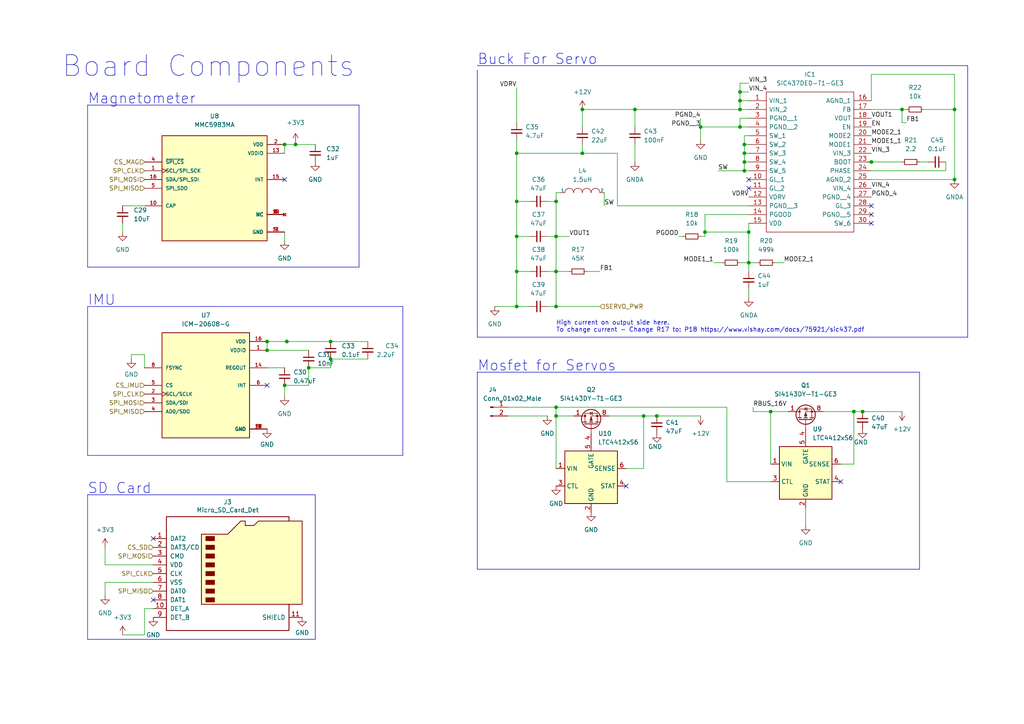
<source format=kicad_sch>
(kicad_sch (version 20230121) (generator eeschema)
  (paper "A4")
  (lib_symbols
    (symbol "Connector:Conn_01x02_Male" (pin_names (offset 1.016) hide)
      (property "Reference" "J" (at 0 2.54 0))
      (property "Value" "Conn_01x02_Male" (at 0 -5.08 0))
      (symbol "Conn_01x02_Male_1_1"
        (polyline (pts (xy 1.27 -2.54) (xy 0.8636 -2.54)) (stroke (width 0.1524)))
        (polyline (pts (xy 1.27 0) (xy 0.8636 0)) (stroke (width 0.1524)))
        (rectangle (start 0.8636 -2.413) (end 0 -2.667) (stroke (width 0.1524)) (fill (type outline)))
        (rectangle (start 0.8636 0.127) (end 0 -0.127) (stroke (width 0.1524)) (fill (type outline)))
        (pin passive line (at 5.08 0 180) (length 3.81) (name "Pin_1") (number "1"))
        (pin passive line (at 5.08 -2.54 180) (length 3.81) (name "Pin_2") (number "2"))
      )
    )
    (symbol "Connector:Micro_SD_Card_Det_Hirose_DM3AT" (pin_names (offset 1.016))
      (property "Reference" "J" (at -16.51 17.78 0))
      (property "Value" "Micro_SD_Card_Det_Hirose_DM3AT" (at 16.51 17.78 0))
      (symbol "Micro_SD_Card_Det_Hirose_DM3AT_0_1"
        (rectangle (start -7.62 -6.985) (end -5.08 -8.255) (fill (type outline)))
        (rectangle (start -7.62 -4.445) (end -5.08 -5.715) (fill (type outline)))
        (rectangle (start -7.62 -1.905) (end -5.08 -3.175) (fill (type outline)))
        (rectangle (start -7.62 0.635) (end -5.08 -0.635) (fill (type outline)))
        (rectangle (start -7.62 3.175) (end -5.08 1.905) (fill (type outline)))
        (rectangle (start -7.62 5.715) (end -5.08 4.445) (fill (type outline)))
        (rectangle (start -7.62 8.255) (end -5.08 6.985) (fill (type outline)))
        (rectangle (start -7.62 10.795) (end -5.08 9.525) (fill (type outline)))
        (polyline (pts (xy 16.51 15.24) (xy 16.51 16.51) (xy -19.05 16.51) (xy -19.05 -16.51) (xy 16.51 -16.51) (xy 16.51 -8.89)) (stroke (width 0.254)))
        (polyline (pts (xy -8.89 -8.89) (xy -8.89 11.43) (xy -1.27 11.43) (xy 2.54 15.24) (xy 3.81 15.24) (xy 3.81 13.97) (xy 6.35 13.97) (xy 7.62 15.24) (xy 20.32 15.24) (xy 20.32 -8.89) (xy -8.89 -8.89)) (stroke (width 0.254)) (fill (type background)))
      )
      (symbol "Micro_SD_Card_Det_Hirose_DM3AT_1_1"
        (pin bidirectional line (at -22.86 10.16 0) (length 3.81) (name "DAT2") (number "1"))
        (pin passive line (at -22.86 -10.16 0) (length 3.81) (name "DET_A") (number "10"))
        (pin passive line (at 20.32 -12.7 180) (length 3.81) (name "SHIELD") (number "11"))
        (pin bidirectional line (at -22.86 7.62 0) (length 3.81) (name "DAT3/CD") (number "2"))
        (pin input line (at -22.86 5.08 0) (length 3.81) (name "CMD") (number "3"))
        (pin power_in line (at -22.86 2.54 0) (length 3.81) (name "VDD") (number "4"))
        (pin input line (at -22.86 0 0) (length 3.81) (name "CLK") (number "5"))
        (pin power_in line (at -22.86 -2.54 0) (length 3.81) (name "VSS") (number "6"))
        (pin bidirectional line (at -22.86 -5.08 0) (length 3.81) (name "DAT0") (number "7"))
        (pin bidirectional line (at -22.86 -7.62 0) (length 3.81) (name "DAT1") (number "8"))
        (pin passive line (at -22.86 -12.7 0) (length 3.81) (name "DET_B") (number "9"))
      )
    )
    (symbol "Device:C_Small" (pin_numbers hide) (pin_names (offset 0.254) hide)
      (property "Reference" "C" (at 0.254 1.778 0))
      (property "Value" "C_Small" (at 0.254 -2.032 0))
      (symbol "C_Small_0_1"
        (polyline (pts (xy -1.524 -0.508) (xy 1.524 -0.508)) (stroke (width 0.3302)))
        (polyline (pts (xy -1.524 0.508) (xy 1.524 0.508)) (stroke (width 0.3048)))
      )
      (symbol "C_Small_1_1"
        (pin passive line (at 0 2.54 270) (length 2.032) (name "~") (number "1"))
        (pin passive line (at 0 -2.54 90) (length 2.032) (name "~") (number "2"))
      )
    )
    (symbol "Device:Q_PMOS_GDS" (pin_names (offset 0) hide)
      (property "Reference" "Q?" (at 6.35 1.2701 0))
      (property "Value" "SI4143DY-T1-GE3" (at 6.35 -1.2699 0))
      (symbol "Q_PMOS_GDS_0_0"
        (pin input line (at -5.08 0 0) (length 2.54) (name "G") (number "4"))
        (pin passive line (at 2.54 -5.08 90) (length 2.54) hide (name "D") (number "5"))
        (pin passive line (at 2.54 -5.08 90) (length 2.54) hide (name "D") (number "6"))
        (pin passive line (at 2.54 -5.08 90) (length 2.54) hide (name "D") (number "7"))
        (pin passive line (at 2.54 -5.08 90) (length 2.54) (name "D") (number "8"))
      )
      (symbol "Q_PMOS_GDS_0_1"
        (polyline (pts (xy 0.254 0) (xy -2.54 0)))
        (polyline (pts (xy 0.254 1.905) (xy 0.254 -1.905)) (stroke (width 0.254)))
        (polyline (pts (xy 0.762 -1.27) (xy 0.762 -2.286)) (stroke (width 0.254)))
        (polyline (pts (xy 0.762 0.508) (xy 0.762 -0.508)) (stroke (width 0.254)))
        (polyline (pts (xy 0.762 2.286) (xy 0.762 1.27)) (stroke (width 0.254)))
        (polyline (pts (xy 2.54 2.54) (xy 2.54 1.778)))
        (polyline (pts (xy 2.54 -2.54) (xy 2.54 0) (xy 0.762 0)))
        (polyline (pts (xy 0.762 1.778) (xy 3.302 1.778) (xy 3.302 -1.778) (xy 0.762 -1.778)))
        (polyline (pts (xy 2.286 0) (xy 1.27 0.381) (xy 1.27 -0.381) (xy 2.286 0)) (fill (type outline)))
        (polyline (pts (xy 2.794 -0.508) (xy 2.921 -0.381) (xy 3.683 -0.381) (xy 3.81 -0.254)))
        (polyline (pts (xy 3.302 -0.381) (xy 2.921 0.254) (xy 3.683 0.254) (xy 3.302 -0.381)))
        (circle (center 1.651 0) (radius 2.794) (stroke (width 0.254)))
        (circle (center 2.54 -1.778) (radius 0.254) (fill (type outline)))
        (circle (center 2.54 1.778) (radius 0.254) (fill (type outline)))
      )
      (symbol "Q_PMOS_GDS_1_1"
        (pin passive line (at 2.54 5.08 270) (length 2.54) (name "S") (number "1"))
        (pin passive line (at 2.54 5.08 270) (length 2.54) hide (name "S") (number "2"))
        (pin passive line (at 2.54 5.08 270) (length 2.54) hide (name "S") (number "3"))
      )
    )
    (symbol "Device:R_Small" (pin_numbers hide) (pin_names (offset 0.254) hide)
      (property "Reference" "R" (at 0.762 0.508 0))
      (property "Value" "R_Small" (at 0.762 -1.016 0))
      (symbol "R_Small_0_1"
        (rectangle (start -0.762 1.778) (end 0.762 -1.778) (stroke (width 0.2032)))
      )
      (symbol "R_Small_1_1"
        (pin passive line (at 0 2.54 270) (length 0.762) (name "~") (number "1"))
        (pin passive line (at 0 -2.54 90) (length 0.762) (name "~") (number "2"))
      )
    )
    (symbol "Power_Management:LTC4412xS6"
      (property "Reference" "U" (at -6.35 8.89 0))
      (property "Value" "LTC4412xS6" (at 6.35 8.89 0))
      (symbol "LTC4412xS6_0_1"
        (rectangle (start -7.62 7.62) (end 7.62 -7.62) (stroke (width 0.254)) (fill (type background)))
      )
      (symbol "LTC4412xS6_1_1"
        (pin power_in line (at -10.16 2.54 0) (length 2.54) (name "VIN") (number "1"))
        (pin power_in line (at 0 -10.16 90) (length 2.54) (name "GND") (number "2"))
        (pin input line (at -10.16 -2.54 0) (length 2.54) (name "CTL") (number "3"))
        (pin open_collector line (at 10.16 -2.54 180) (length 2.54) (name "STAT") (number "4"))
        (pin output line (at 0 10.16 270) (length 2.54) (name "GATE") (number "5"))
        (pin input line (at 10.16 2.54 180) (length 2.54) (name "SENSE") (number "6"))
      )
    )
    (symbol "SIC437DED-T1-GE3:SIC437DED-T1-GE3" (pin_names (offset 0.762))
      (property "Reference" "IC" (at 31.75 7.62 0))
      (property "Value" "SIC437DED-T1-GE3" (at 31.75 5.08 0))
      (symbol "SIC437DED-T1-GE3_0_0"
        (pin passive line (at 0 0 0) (length 5.08) (name "VIN_1") (number "1"))
        (pin passive line (at 0 -22.86 0) (length 5.08) (name "GL_1") (number "10"))
        (pin passive line (at 0 -25.4 0) (length 5.08) (name "GL_2") (number "11"))
        (pin passive line (at 0 -27.94 0) (length 5.08) (name "VDRV") (number "12"))
        (pin passive line (at 0 -30.48 0) (length 5.08) (name "PGND__3") (number "13"))
        (pin passive line (at 0 -33.02 0) (length 5.08) (name "PGOOD") (number "14"))
        (pin passive line (at 0 -35.56 0) (length 5.08) (name "VDD") (number "15"))
        (pin passive line (at 35.56 0 180) (length 5.08) (name "AGND_1") (number "16"))
        (pin passive line (at 35.56 -2.54 180) (length 5.08) (name "FB") (number "17"))
        (pin passive line (at 35.56 -5.08 180) (length 5.08) (name "VOUT") (number "18"))
        (pin passive line (at 35.56 -7.62 180) (length 5.08) (name "EN") (number "19"))
        (pin passive line (at 0 -2.54 0) (length 5.08) (name "VIN_2") (number "2"))
        (pin passive line (at 35.56 -10.16 180) (length 5.08) (name "MODE2") (number "20"))
        (pin passive line (at 35.56 -12.7 180) (length 5.08) (name "MODE1") (number "21"))
        (pin passive line (at 35.56 -15.24 180) (length 5.08) (name "VIN_3") (number "22"))
        (pin passive line (at 35.56 -17.78 180) (length 5.08) (name "BOOT") (number "23"))
        (pin passive line (at 35.56 -20.32 180) (length 5.08) (name "PHASE") (number "24"))
        (pin passive line (at 35.56 -22.86 180) (length 5.08) (name "AGND_2") (number "25"))
        (pin passive line (at 35.56 -25.4 180) (length 5.08) (name "VIN_4") (number "26"))
        (pin passive line (at 35.56 -27.94 180) (length 5.08) (name "PGND__4") (number "27"))
        (pin passive line (at 35.56 -30.48 180) (length 5.08) (name "GL_3") (number "28"))
        (pin passive line (at 35.56 -33.02 180) (length 5.08) (name "PGND__5") (number "29"))
        (pin passive line (at 0 -5.08 0) (length 5.08) (name "PGND__1") (number "3"))
        (pin passive line (at 35.56 -35.56 180) (length 5.08) (name "SW_6") (number "30"))
        (pin passive line (at 0 -7.62 0) (length 5.08) (name "PGND__2") (number "4"))
        (pin passive line (at 0 -10.16 0) (length 5.08) (name "SW_1") (number "5"))
        (pin passive line (at 0 -12.7 0) (length 5.08) (name "SW_2") (number "6"))
        (pin passive line (at 0 -15.24 0) (length 5.08) (name "SW_3") (number "7"))
        (pin passive line (at 0 -17.78 0) (length 5.08) (name "SW_4") (number "8"))
        (pin passive line (at 0 -20.32 0) (length 5.08) (name "SW_5") (number "9"))
      )
      (symbol "SIC437DED-T1-GE3_0_1"
        (polyline (pts (xy 5.08 2.54) (xy 30.48 2.54) (xy 30.48 -38.1) (xy 5.08 -38.1) (xy 5.08 2.54)) (stroke (width 0.1524)))
      )
    )
    (symbol "iclr:ICM-20608-G" (pin_names (offset 1.016))
      (property "Reference" "U" (at -12.7 16.002 0))
      (property "Value" "ICM-20608-G" (at -12.7 -17.78 0))
      (symbol "ICM-20608-G_0_0"
        (rectangle (start -12.7 -15.24) (end 12.7 15.24) (stroke (width 0.254)) (fill (type background)))
        (pin power_in line (at 17.78 10.16 180) (length 5.08) (name "VDDIO") (number "1"))
        (pin power_in line (at 17.78 -12.7 180) (length 5.08) (name "GND") (number "10"))
        (pin power_in line (at 17.78 -12.7 180) (length 5.08) (name "GND") (number "11"))
        (pin power_in line (at 17.78 -12.7 180) (length 5.08) (name "GND") (number "12"))
        (pin power_in line (at 17.78 -12.7 180) (length 5.08) (name "GND") (number "13"))
        (pin output line (at 17.78 5.08 180) (length 5.08) (name "REGOUT") (number "14"))
        (pin power_in line (at 17.78 -12.7 180) (length 5.08) (name "GND") (number "15"))
        (pin power_in line (at 17.78 12.7 180) (length 5.08) (name "VDD") (number "16"))
        (pin input clock (at -17.78 -2.54 0) (length 5.08) (name "SCL/SCLK") (number "2"))
        (pin bidirectional line (at -17.78 -5.08 0) (length 5.08) (name "SDA/SDI") (number "3"))
        (pin bidirectional line (at -17.78 -7.62 0) (length 5.08) (name "AD0/SDO") (number "4"))
        (pin input line (at -17.78 0 0) (length 5.08) (name "CS") (number "5"))
        (pin output line (at 17.78 0 180) (length 5.08) (name "INT") (number "6"))
        (pin input line (at -17.78 5.08 0) (length 5.08) (name "FSYNC") (number "8"))
        (pin power_in line (at 17.78 -12.7 180) (length 5.08) (name "GND") (number "9"))
      )
    )
    (symbol "iclr:MMC5983MA" (pin_names (offset 1.016))
      (property "Reference" "U" (at -15.24 15.24 0))
      (property "Value" "MMC5983MA" (at -15.24 -17.78 0))
      (symbol "MMC5983MA_0_0"
        (rectangle (start -15.24 -15.24) (end 15.24 15.24) (stroke (width 0.254)) (fill (type background)))
        (pin input clock (at -20.32 5.08 0) (length 5.08) (name "SCL/SPI_SCK") (number "1"))
        (pin passive line (at -20.32 -5.08 0) (length 5.08) (name "CAP") (number "10"))
        (pin power_in line (at 20.32 -12.7 180) (length 5.08) (name "GND") (number "11"))
        (pin no_connect line (at 20.32 -7.62 180) (length 5.08) (name "NC") (number "12"))
        (pin power_in line (at 20.32 10.16 180) (length 5.08) (name "VDDIO") (number "13"))
        (pin no_connect line (at 20.32 -7.62 180) (length 5.08) (name "NC") (number "14"))
        (pin output line (at 20.32 2.54 180) (length 5.08) (name "INT") (number "15"))
        (pin bidirectional line (at -20.32 2.54 0) (length 5.08) (name "SDA/SPI_SDI") (number "16"))
        (pin power_in line (at 20.32 12.7 180) (length 5.08) (name "VDD") (number "2"))
        (pin no_connect line (at 20.32 -7.62 180) (length 5.08) (name "NC") (number "3"))
        (pin input line (at -20.32 7.62 0) (length 5.08) (name "~{SPI_CS}") (number "4"))
        (pin output line (at -20.32 0 0) (length 5.08) (name "SPI_SDO") (number "5"))
        (pin no_connect line (at 20.32 -7.62 180) (length 5.08) (name "NC") (number "6"))
        (pin no_connect line (at 20.32 -7.62 180) (length 5.08) (name "NC") (number "7"))
        (pin no_connect line (at 20.32 -7.62 180) (length 5.08) (name "NC") (number "8"))
        (pin power_in line (at 20.32 -12.7 180) (length 5.08) (name "GND") (number "9"))
      )
    )
    (symbol "power:+12V" (power) (pin_names (offset 0))
      (property "Value" "+12V" (at 0 3.556 0))
      (symbol "+12V_0_1"
        (polyline (pts (xy -0.762 1.27) (xy 0 2.54)))
        (polyline (pts (xy 0 0) (xy 0 2.54)))
        (polyline (pts (xy 0 2.54) (xy 0.762 1.27)))
      )
      (symbol "+12V_1_1"
        (pin power_in line (at 0 0 90) (length 0) hide (name "+12V") (number "1"))
      )
    )
    (symbol "power:+3.3V" (power) (pin_names (offset 0))
      (property "Value" "+3.3V" (at 0 3.556 0))
      (symbol "+3.3V_0_1"
        (polyline (pts (xy -0.762 1.27) (xy 0 2.54)))
        (polyline (pts (xy 0 0) (xy 0 2.54)))
        (polyline (pts (xy 0 2.54) (xy 0.762 1.27)))
      )
      (symbol "+3.3V_1_1"
        (pin power_in line (at 0 0 90) (length 0) hide (name "+3V3") (number "1"))
      )
    )
    (symbol "power:GND" (power) (pin_names (offset 0))
      (property "Value" "GND" (at 0 -3.81 0))
      (symbol "GND_0_1"
        (polyline (pts (xy 0 0) (xy 0 -1.27) (xy 1.27 -1.27) (xy 0 -2.54) (xy -1.27 -1.27) (xy 0 -1.27)))
      )
      (symbol "GND_1_1"
        (pin power_in line (at 0 0 270) (length 0) hide (name "GND") (number "1"))
      )
    )
    (symbol "power:GNDA" (power) (pin_names (offset 0))
      (property "Value" "GNDA" (at 0 -3.81 0))
      (symbol "GNDA_0_1"
        (polyline (pts (xy 0 0) (xy 0 -1.27) (xy 1.27 -1.27) (xy 0 -2.54) (xy -1.27 -1.27) (xy 0 -1.27)))
      )
      (symbol "GNDA_1_1"
        (pin power_in line (at 0 0 270) (length 0) hide (name "GNDA") (number "1"))
      )
    )
    (symbol "pspice:INDUCTOR" (pin_numbers hide) (pin_names (offset 0))
      (property "Reference" "L" (at 0 2.54 0))
      (property "Value" "INDUCTOR" (at 0 -1.27 0))
      (symbol "INDUCTOR_0_1"
        (arc (start -2.54 0) (mid -3.81 1.2645) (end -5.08 0))
        (arc (start 0 0) (mid -1.27 1.2645) (end -2.54 0))
        (arc (start 2.54 0) (mid 1.27 1.2645) (end 0 0))
        (arc (start 5.08 0) (mid 3.81 1.2645) (end 2.54 0))
      )
      (symbol "INDUCTOR_1_1"
        (pin input line (at -6.35 0 0) (length 1.27) (name "1") (number "1"))
        (pin input line (at 6.35 0 180) (length 1.27) (name "2") (number "2"))
      )
    )
  )
  (junction (at 82.55 111.76))
  (junction (at 276.86 52.07))
  (junction (at 161.29 118.11))
  (junction (at 95.885 99.06))
  (junction (at 186.69 120.65))
  (junction (at 223.52 119.38))
  (junction (at 215.9 49.53))
  (junction (at 214.63 26.67))
  (junction (at 217.17 67.31))
  (junction (at 161.29 78.74))
  (junction (at 161.29 120.65))
  (junction (at 85.725 41.91))
  (junction (at 149.86 88.9))
  (junction (at 83.185 99.06))
  (junction (at 214.63 36.83))
  (junction (at 77.47 99.06))
  (junction (at 215.9 44.45))
  (junction (at 82.55 41.91))
  (junction (at 261.62 31.75))
  (junction (at 77.47 101.6))
  (junction (at 168.91 44.45))
  (junction (at 89.535 106.68))
  (junction (at 149.86 58.42))
  (junction (at 161.29 88.9))
  (junction (at 184.15 31.75))
  (junction (at 276.86 31.75))
  (junction (at 217.17 76.2))
  (junction (at 214.63 31.75))
  (junction (at 161.29 68.58))
  (junction (at 149.86 68.58))
  (junction (at 95.885 104.14))
  (junction (at 149.86 44.45))
  (junction (at 149.86 78.74))
  (junction (at 250.19 119.38))
  (junction (at 215.9 41.91))
  (junction (at 203.2 36.83))
  (junction (at 214.63 29.21))
  (junction (at 252.73 46.99))
  (junction (at 215.9 46.99))
  (junction (at 204.47 67.31))
  (junction (at 168.91 31.75))
  (junction (at 161.29 58.42))
  (junction (at 247.65 119.38))
  (junction (at 190.5 120.65))
  (no_connect (at 44.45 156.21))
  (no_connect (at 217.17 52.07))
  (no_connect (at 252.73 64.77))
  (no_connect (at 82.55 52.07))
  (no_connect (at 243.84 139.7))
  (no_connect (at 181.61 140.97))
  (no_connect (at 217.17 54.61))
  (no_connect (at 77.47 111.76))
  (no_connect (at 44.45 173.99))
  (no_connect (at 252.73 62.23))
  (no_connect (at 252.73 59.69))
  (wire (pts (xy 223.52 119.38) (xy 228.6 119.38)))
  (wire (pts (xy 210.82 139.7) (xy 223.52 139.7)))
  (wire (pts (xy 215.9 39.37) (xy 215.9 41.91)))
  (wire (pts (xy 243.84 134.62) (xy 247.65 134.62)))
  (wire (pts (xy 44.45 168.91) (xy 30.48 168.91)))
  (wire (pts (xy 266.7 46.99) (xy 269.24 46.99)))
  (wire (pts (xy 161.29 118.11) (xy 210.82 118.11)))
  (wire (pts (xy 215.9 41.91) (xy 215.9 44.45)))
  (wire (pts (xy 276.86 31.75) (xy 276.86 52.07)))
  (wire (pts (xy 217.17 64.77) (xy 217.17 67.31)))
  (wire (pts (xy 175.26 59.69) (xy 175.26 55.88)))
  (polyline (pts (xy 25.4 88.9) (xy 116.84 88.9)))
  (wire (pts (xy 83.185 99.06) (xy 95.885 99.06)))
  (wire (pts (xy 44.45 163.83) (xy 30.48 163.83)))
  (wire (pts (xy 217.17 78.74) (xy 217.17 76.2)))
  (polyline (pts (xy 280.67 97.79) (xy 280.67 19.05)))
  (wire (pts (xy 276.86 21.59) (xy 276.86 31.75)))
  (wire (pts (xy 161.29 55.88) (xy 162.56 55.88)))
  (wire (pts (xy 214.63 76.2) (xy 217.17 76.2)))
  (wire (pts (xy 147.32 120.65) (xy 158.75 120.65)))
  (wire (pts (xy 83.185 99.06) (xy 83.185 98.425)))
  (wire (pts (xy 267.97 31.75) (xy 276.86 31.75)))
  (wire (pts (xy 214.63 31.75) (xy 217.17 31.75)))
  (wire (pts (xy 147.32 118.11) (xy 161.29 118.11)))
  (wire (pts (xy 35.56 184.15) (xy 41.91 184.15)))
  (wire (pts (xy 217.17 76.2) (xy 219.71 76.2)))
  (wire (pts (xy 158.75 58.42) (xy 161.29 58.42)))
  (polyline (pts (xy 138.43 20.32) (xy 138.43 97.79)))
  (wire (pts (xy 252.73 46.99) (xy 261.62 46.99)))
  (wire (pts (xy 204.47 62.23) (xy 217.17 62.23)))
  (wire (pts (xy 95.885 106.68) (xy 95.885 104.14)))
  (wire (pts (xy 217.17 67.31) (xy 217.17 76.2)))
  (wire (pts (xy 261.62 31.75) (xy 261.62 35.56)))
  (polyline (pts (xy 91.44 185.42) (xy 91.44 143.51)))
  (polyline (pts (xy 25.4 185.42) (xy 91.44 185.42)))
  (wire (pts (xy 274.32 49.53) (xy 274.32 46.99)))
  (wire (pts (xy 95.885 104.14) (xy 106.68 104.14)))
  (wire (pts (xy 30.48 168.91) (xy 30.48 172.72)))
  (wire (pts (xy 247.65 119.38) (xy 250.19 119.38)))
  (wire (pts (xy 215.9 46.99) (xy 217.17 46.99)))
  (wire (pts (xy 41.91 176.53) (xy 44.45 176.53)))
  (wire (pts (xy 161.29 55.88) (xy 161.29 58.42)))
  (wire (pts (xy 186.69 120.65) (xy 190.5 120.65)))
  (wire (pts (xy 165.1 78.74) (xy 161.29 78.74)))
  (wire (pts (xy 161.29 120.65) (xy 161.29 135.89)))
  (wire (pts (xy 247.65 134.62) (xy 247.65 119.38)))
  (wire (pts (xy 218.44 118.11) (xy 218.44 119.38)))
  (wire (pts (xy 217.17 83.82) (xy 217.17 86.36)))
  (wire (pts (xy 85.725 41.91) (xy 91.44 41.91)))
  (wire (pts (xy 204.47 68.58) (xy 204.47 67.31)))
  (wire (pts (xy 252.73 21.59) (xy 252.73 29.21)))
  (wire (pts (xy 158.75 88.9) (xy 161.29 88.9)))
  (wire (pts (xy 203.2 34.29) (xy 203.2 36.83)))
  (wire (pts (xy 158.75 78.74) (xy 161.29 78.74)))
  (wire (pts (xy 161.29 68.58) (xy 165.1 68.58)))
  (wire (pts (xy 208.28 49.53) (xy 215.9 49.53)))
  (wire (pts (xy 161.29 78.74) (xy 161.29 88.9)))
  (wire (pts (xy 214.63 36.83) (xy 217.17 36.83)))
  (wire (pts (xy 168.91 41.91) (xy 168.91 44.45)))
  (wire (pts (xy 224.79 76.2) (xy 227.33 76.2)))
  (wire (pts (xy 85.725 41.275) (xy 85.725 41.91)))
  (polyline (pts (xy 116.84 132.08) (xy 116.84 88.9)))
  (wire (pts (xy 149.86 40.64) (xy 149.86 44.45)))
  (wire (pts (xy 250.19 119.38) (xy 261.62 119.38)))
  (wire (pts (xy 215.9 44.45) (xy 215.9 46.99)))
  (wire (pts (xy 149.86 88.9) (xy 153.67 88.9)))
  (wire (pts (xy 82.55 111.76) (xy 89.535 111.76)))
  (wire (pts (xy 89.535 106.68) (xy 95.885 106.68)))
  (wire (pts (xy 184.15 41.91) (xy 184.15 46.99)))
  (wire (pts (xy 149.86 78.74) (xy 153.67 78.74)))
  (wire (pts (xy 161.29 68.58) (xy 161.29 78.74)))
  (wire (pts (xy 184.15 31.75) (xy 184.15 36.83)))
  (wire (pts (xy 95.885 99.06) (xy 106.68 99.06)))
  (wire (pts (xy 149.86 68.58) (xy 149.86 78.74)))
  (wire (pts (xy 161.29 120.65) (xy 166.37 120.65)))
  (wire (pts (xy 215.9 49.53) (xy 217.17 49.53)))
  (polyline (pts (xy 266.7 165.1) (xy 138.43 165.1)))
  (wire (pts (xy 214.63 26.67) (xy 214.63 29.21)))
  (wire (pts (xy 179.07 59.69) (xy 179.07 44.45)))
  (wire (pts (xy 41.91 102.87) (xy 38.1 102.87)))
  (wire (pts (xy 77.47 99.06) (xy 83.185 99.06)))
  (wire (pts (xy 184.15 31.75) (xy 214.63 31.75)))
  (wire (pts (xy 149.86 44.45) (xy 168.91 44.45)))
  (wire (pts (xy 143.51 88.9) (xy 149.86 88.9)))
  (wire (pts (xy 217.17 34.29) (xy 214.63 34.29)))
  (wire (pts (xy 168.91 44.45) (xy 179.07 44.45)))
  (wire (pts (xy 176.53 120.65) (xy 186.69 120.65)))
  (wire (pts (xy 158.75 68.58) (xy 161.29 68.58)))
  (wire (pts (xy 77.47 101.6) (xy 89.535 101.6)))
  (wire (pts (xy 41.91 184.15) (xy 41.91 176.53)))
  (wire (pts (xy 161.29 88.9) (xy 173.99 88.9)))
  (wire (pts (xy 149.86 58.42) (xy 153.67 58.42)))
  (wire (pts (xy 149.86 78.74) (xy 149.86 88.9)))
  (wire (pts (xy 261.62 31.75) (xy 262.89 31.75)))
  (polyline (pts (xy 25.4 88.9) (xy 25.4 132.08)))
  (polyline (pts (xy 25.4 132.08) (xy 116.84 132.08)))
  (wire (pts (xy 149.86 58.42) (xy 149.86 68.58)))
  (wire (pts (xy 252.73 31.75) (xy 261.62 31.75)))
  (wire (pts (xy 204.47 67.31) (xy 204.47 62.23)))
  (wire (pts (xy 89.535 111.76) (xy 89.535 106.68)))
  (wire (pts (xy 77.47 99.06) (xy 77.47 101.6)))
  (wire (pts (xy 215.9 41.91) (xy 217.17 41.91)))
  (wire (pts (xy 215.9 46.99) (xy 215.9 49.53)))
  (wire (pts (xy 38.1 102.87) (xy 38.1 104.14)))
  (wire (pts (xy 252.73 21.59) (xy 276.86 21.59)))
  (polyline (pts (xy 104.14 77.47) (xy 104.14 30.48)))
  (wire (pts (xy 149.86 44.45) (xy 149.86 58.42)))
  (wire (pts (xy 252.73 52.07) (xy 276.86 52.07)))
  (wire (pts (xy 233.68 147.32) (xy 233.68 152.4)))
  (wire (pts (xy 252.73 49.53) (xy 274.32 49.53)))
  (wire (pts (xy 214.63 34.29) (xy 214.63 36.83)))
  (wire (pts (xy 218.44 119.38) (xy 223.52 119.38)))
  (wire (pts (xy 207.01 76.2) (xy 209.55 76.2)))
  (wire (pts (xy 251.46 46.99) (xy 252.73 46.99)))
  (wire (pts (xy 168.91 31.75) (xy 168.91 36.83)))
  (wire (pts (xy 35.56 64.77) (xy 35.56 67.31)))
  (wire (pts (xy 82.55 111.76) (xy 82.55 114.935)))
  (wire (pts (xy 261.62 35.56) (xy 262.89 35.56)))
  (polyline (pts (xy 25.4 143.51) (xy 25.4 185.42)))
  (wire (pts (xy 215.9 44.45) (xy 217.17 44.45)))
  (wire (pts (xy 247.65 119.38) (xy 238.76 119.38)))
  (polyline (pts (xy 25.4 34.29) (xy 25.4 77.47)))
  (wire (pts (xy 214.63 24.13) (xy 214.63 26.67)))
  (wire (pts (xy 77.47 106.68) (xy 82.55 106.68)))
  (wire (pts (xy 35.56 59.69) (xy 41.91 59.69)))
  (polyline (pts (xy 25.4 77.47) (xy 104.14 77.47)))
  (polyline (pts (xy 104.14 30.48) (xy 25.4 30.48)))
  (wire (pts (xy 186.69 135.89) (xy 181.61 135.89)))
  (wire (pts (xy 82.55 41.91) (xy 82.55 44.45)))
  (wire (pts (xy 203.2 68.58) (xy 204.47 68.58)))
  (wire (pts (xy 41.91 106.68) (xy 41.91 102.87)))
  (polyline (pts (xy 138.43 97.79) (xy 280.67 97.79)))
  (wire (pts (xy 30.48 158.75) (xy 30.48 163.83)))
  (wire (pts (xy 214.63 26.67) (xy 217.17 26.67)))
  (wire (pts (xy 223.52 134.62) (xy 223.52 119.38)))
  (wire (pts (xy 203.2 36.83) (xy 214.63 36.83)))
  (wire (pts (xy 203.2 36.83) (xy 203.2 40.64)))
  (wire (pts (xy 196.85 68.58) (xy 198.12 68.58)))
  (polyline (pts (xy 138.43 107.95) (xy 138.43 165.1)))
  (wire (pts (xy 214.63 29.21) (xy 214.63 31.75)))
  (wire (pts (xy 210.82 118.11) (xy 210.82 139.7)))
  (wire (pts (xy 168.91 31.75) (xy 184.15 31.75)))
  (wire (pts (xy 149.86 68.58) (xy 153.67 68.58)))
  (wire (pts (xy 217.17 24.13) (xy 214.63 24.13)))
  (polyline (pts (xy 25.4 143.51) (xy 91.44 143.51)))
  (wire (pts (xy 149.86 25.4) (xy 149.86 35.56)))
  (wire (pts (xy 214.63 29.21) (xy 217.17 29.21)))
  (wire (pts (xy 161.29 58.42) (xy 161.29 68.58)))
  (wire (pts (xy 215.9 39.37) (xy 217.17 39.37)))
  (wire (pts (xy 186.69 120.65) (xy 186.69 135.89)))
  (wire (pts (xy 161.29 118.11) (xy 161.29 120.65)))
  (wire (pts (xy 82.55 67.31) (xy 82.55 69.85)))
  (polyline (pts (xy 138.43 19.05) (xy 280.67 19.05)))
  (polyline (pts (xy 266.7 107.95) (xy 266.7 165.1)))
  (polyline (pts (xy 138.43 107.95) (xy 266.7 107.95)))
  (wire (pts (xy 170.18 78.74) (xy 173.99 78.74)))
  (polyline (pts (xy 25.4 30.48) (xy 25.4 34.29)))
  (wire (pts (xy 179.07 59.69) (xy 217.17 59.69)))
  (wire (pts (xy 85.725 41.91) (xy 82.55 41.91)))
  (wire (pts (xy 190.5 120.65) (xy 203.2 120.65)))
  (wire (pts (xy 204.47 67.31) (xy 217.17 67.31)))
  (text "High current on output side here.\nTo change current - Change R17 to: P18 https://www.vishay.com/docs/75921/sic437.pdf\n" (at 161.29 96.52 0) (effects (font (size 1.27 1.27)) (justify left bottom)))
  (text "Magnetometer\n" (at 25.4 30.48 0) (effects (font (size 3 3)) (justify left bottom)))
  (text "SD Card" (at 25.4 143.51 0) (effects (font (size 3 3)) (justify left bottom)))
  (text "Buck For Servo" (at 138.43 19.05 0) (effects (font (size 3 3)) (justify left bottom)))
  (text "Board Components" (at 17.78 22.86 0) (effects (font (size 6 6)) (justify left bottom)))
  (text "Mosfet for Servos" (at 138.43 107.95 0) (effects (font (size 3 3)) (justify left bottom)))
  (text "IMU\n" (at 25.4 88.9 0) (effects (font (size 3 3)) (justify left bottom)))
  (label "FB1" (at 173.99 78.74 0))
  (label "VIN_3" (at 252.73 44.45 0))
  (label "PGND_4" (at 203.2 34.29 180))
  (label "PGOOD" (at 196.85 68.58 180))
  (label "PGND__3" (at 203.2 36.83 180))
  (label "VIN_4" (at 217.17 26.67 0))
  (label "PGND_4" (at 252.73 57.15 0))
  (label "VDRV" (at 217.17 57.15 180))
  (label "SW" (at 175.26 59.69 0))
  (label "MODE1_1" (at 252.73 41.91 0))
  (label "MODE2_1" (at 252.73 39.37 0))
  (label "MODE2_1" (at 227.33 76.2 0))
  (label "VOUT1" (at 165.1 68.58 0))
  (label "RBUS_16V" (at 218.44 118.11 0))
  (label "SW" (at 208.28 49.53 0))
  (label "VIN_3" (at 217.17 24.13 0))
  (label "VIN_4" (at 252.73 54.61 0))
  (label "EN" (at 252.73 36.83 0))
  (label "VOUT1" (at 252.73 34.29 0))
  (label "MODE1_1" (at 207.01 76.2 180))
  (label "FB1" (at 262.89 35.56 0))
  (label "VDRV" (at 149.86 25.4 180))
  (hierarchical_label "SPI_MISO" (shape input) (at 41.91 54.61 180))
  (hierarchical_label "SERVO_PWR" (shape input) (at 173.99 88.9 0))
  (hierarchical_label "SPI_MOSI" (shape input) (at 44.45 161.29 180))
  (hierarchical_label "SPI_MOSI" (shape input) (at 41.91 52.07 180))
  (hierarchical_label "SPI_MISO" (shape input) (at 41.91 119.38 180))
  (hierarchical_label "SPI_MOSI" (shape input) (at 41.91 116.84 180))
  (hierarchical_label "SPI_CLK" (shape input) (at 41.91 49.53 180))
  (hierarchical_label "SPI_MISO" (shape input) (at 44.45 171.45 180))
  (hierarchical_label "CS_MAG" (shape input) (at 41.91 46.99 180))
  (hierarchical_label "CS_SD" (shape input) (at 44.45 158.75 180))
  (hierarchical_label "SPI_CLK" (shape input) (at 41.91 114.3 180))
  (hierarchical_label "CS_IMU" (shape input) (at 41.91 111.76 180))
  (hierarchical_label "SPI_CLK" (shape input) (at 44.45 166.37 180))
  (symbol (lib_id "Device:R_Small") (at 222.25 76.2 90) (unit 1)
    (property "Reference" "R20" (at 222.25 69.85 90))
    (property "Value" "499k" (at 222.25 72.39 90))
    (property "Footprint" "Resistor_SMD:R_0603_1608Metric" (effects hide))
  )
  (symbol (lib_id "Device:C_Small") (at 250.19 121.92 0) (unit 1)
    (property "Reference" "C40" (at 252.73 121.2913 0) (effects (justify left)))
    (property "Value" "47uF" (at 252.73 123.8313 0) (effects (justify left)))
    (property "Footprint" "Capacitor_SMD:C_0805_2012Metric" (effects hide))
  )
  (symbol (lib_id "power:GND") (at 38.1 104.14 0) (unit 1)
    (property "Reference" "#PWR058" (effects hide))
    (property "Value" "GND" (at 38.1 108.585 0))
  )
  (symbol (lib_id "power:GND") (at 143.51 88.9 0) (unit 1)
    (property "Reference" "#PWR068" (effects hide))
    (property "Value" "GND" (at 143.51 93.98 0))
  )
  (symbol (lib_id "Power_Management:LTC4412xS6") (at 233.68 137.16 0) (unit 1)
    (property "Reference" "U9" (at 235.6994 124.46 0) (effects (justify left)))
    (property "Value" "LTC4412xS6" (at 235.6994 127 0) (effects (justify left)))
    (property "Footprint" "Package_TO_SOT_SMD:TSOT-23-6" (effects hide))
    (property "Datasheet" "https://www.analog.com/media/en/technical-documentation/data-sheets/4412fb.pdf" (effects hide))
  )
  (symbol (lib_id "Device:C_Small") (at 156.21 88.9 270) (unit 1)
    (property "Reference" "C39" (at 156.2036 82.55 90))
    (property "Value" "47uF" (at 156.2036 85.09 90))
    (property "Footprint" "Capacitor_SMD:C_1206_3216Metric" (effects hide))
  )
  (symbol (lib_id "Device:Q_PMOS_GDS") (at 171.45 123.19 90) (unit 1)
    (property "Reference" "Q2" (at 171.45 113.03 90))
    (property "Value" "SI4143DY-T1-GE3" (at 171.45 115.57 90))
    (property "Footprint" "Package_SO:SOIC-8_3.9x4.9mm_P1.27mm" (effects hide))
  )
  (symbol (lib_id "Device:C_Small") (at 217.17 81.28 0) (unit 1)
    (property "Reference" "C44" (at 219.71 80.0162 0) (effects (justify left)))
    (property "Value" "1uF" (at 219.71 82.5562 0) (effects (justify left)))
    (property "Footprint" "Capacitor_SMD:C_0603_1608Metric" (effects hide))
  )
  (symbol (lib_id "Device:C_Small") (at 149.86 38.1 0) (unit 1)
    (property "Reference" "C35" (at 152.4 36.8362 0) (effects (justify left)))
    (property "Value" "4.7uF" (at 152.4 39.3762 0) (effects (justify left)))
    (property "Footprint" "Capacitor_SMD:C_0402_1005Metric" (effects hide))
  )
  (symbol (lib_id "power:GNDA") (at 217.17 86.36 0) (unit 1)
    (property "Reference" "#PWR078" (effects hide))
    (property "Value" "GNDA" (at 217.17 91.44 0))
  )
  (symbol (lib_id "Device:C_Small") (at 168.91 39.37 0) (unit 1)
    (property "Reference" "C42" (at 171.45 38.1062 0) (effects (justify left)))
    (property "Value" "22uF" (at 171.45 40.6462 0) (effects (justify left)))
    (property "Footprint" "Capacitor_SMD:C_1206_3216Metric" (effects hide))
  )
  (symbol (lib_id "Power_Management:LTC4412xS6") (at 171.45 138.43 0) (unit 1)
    (property "Reference" "U10" (at 173.4694 125.73 0) (effects (justify left)))
    (property "Value" "LTC4412xS6" (at 173.4694 128.27 0) (effects (justify left)))
    (property "Footprint" "Package_TO_SOT_SMD:TSOT-23-6" (effects hide))
    (property "Datasheet" "https://www.analog.com/media/en/technical-documentation/data-sheets/4412fb.pdf" (effects hide))
  )
  (symbol (lib_id "Device:R_Small") (at 264.16 46.99 90) (unit 1)
    (property "Reference" "R21" (at 264.16 40.64 90))
    (property "Value" "2.2" (at 264.16 43.18 90))
    (property "Footprint" "Resistor_SMD:R_0603_1608Metric" (effects hide))
  )
  (symbol (lib_id "Device:R_Small") (at 265.43 31.75 90) (unit 1)
    (property "Reference" "R22" (at 265.43 25.4 90))
    (property "Value" "10k" (at 265.43 27.94 90))
    (property "Footprint" "Resistor_SMD:R_0402_1005Metric" (effects hide))
  )
  (symbol (lib_id "SIC437DED-T1-GE3:SIC437DED-T1-GE3") (at 217.17 29.21 0) (unit 1)
    (property "Reference" "IC1" (at 234.95 21.59 0))
    (property "Value" "SIC437DED-T1-GE3" (at 234.95 24.13 0))
    (property "Footprint" "iclr:SIC437DEDT1GE3" (effects hide))
    (property "Datasheet" "https://www.vishay.com/docs/75921/sic437.pdf" (effects hide))
    (property "Description" "Switching Voltage Regulators 12A; Ext; Pwr Saving PowerPAK MLP44-24L" (effects hide))
    (property "Height" "0.8" (effects hide))
    (property "Manufacturer_Name" "Vishay" (effects hide))
    (property "Manufacturer_Part_Number" "SIC437DED-T1-GE3" (effects hide))
    (property "Mouser Part Number" "78-SIC437DED-T1-GE3" (effects hide))
    (property "Mouser Price/Stock" "https://www.mouser.co.uk/ProductDetail/Vishay-Siliconix/SIC437DED-T1-GE3?qs=F5EMLAvA7IBPwzCIb2YJug%3D%3D" (effects hide))
    (property "Arrow Part Number" "SIC437DED-T1-GE3" (effects hide))
    (property "Arrow Price/Stock" "https://www.arrow.com/en/products/sic437ded-t1-ge3/vishay" (effects hide))
  )
  (symbol (lib_id "Device:C_Small") (at 184.15 39.37 0) (unit 1)
    (property "Reference" "C43" (at 186.69 38.1062 0) (effects (justify left)))
    (property "Value" "100nF" (at 186.69 40.6462 0) (effects (justify left)))
    (property "Footprint" "Capacitor_SMD:C_0805_2012Metric" (effects hide))
  )
  (symbol (lib_id "power:GND") (at 44.45 179.07 0) (unit 1)
    (property "Reference" "#PWR059" (effects hide))
    (property "Value" "GND" (at 44.45 184.15 0))
  )
  (symbol (lib_id "power:GND") (at 158.75 120.65 0) (unit 1)
    (property "Reference" "#PWR065" (effects hide))
    (property "Value" "GND" (at 158.75 125.73 0))
  )
  (symbol (lib_id "Connector:Micro_SD_Card_Det_Hirose_DM3AT") (at 67.31 166.37 0) (unit 1)
    (property "Reference" "J3" (at 66.04 145.6182 0))
    (property "Value" "Micro_SD_Card_Det" (at 66.04 147.9296 0))
    (property "Footprint" "Connector_Card:microSD_HC_Hirose_DM3AT-SF-PEJM5" (effects hide))
    (property "Datasheet" "https://www.hirose.com/product/en/download_file/key_name/DM3/category/Catalog/doc_file_id/49662/?file_category_id=4&item_id=195&is_series=1" (effects hide))
  )
  (symbol (lib_id "iclr:ICM-20608-G") (at 59.69 111.76 0) (unit 1)
    (property "Reference" "U7" (at 59.69 91.44 0))
    (property "Value" "ICM-20608-G" (at 59.69 93.98 0))
    (property "Footprint" "iclr:PQFN50P300X300X80-16N" (effects hide))
    (property "MANUFACTURER" "TDK" (effects hide))
    (property "PARTREV" "1.0" (effects hide))
    (property "STANDARD" "IPC-7351B" (effects hide))
  )
  (symbol (lib_id "Device:C_Small") (at 35.56 62.23 0) (unit 1)
    (property "Reference" "C29" (at 38.735 60.9662 0) (effects (justify left)))
    (property "Value" "10uF" (at 38.735 63.5062 0) (effects (justify left)))
    (property "Footprint" "Capacitor_SMD:C_0603_1608Metric" (effects hide))
  )
  (symbol (lib_id "pspice:INDUCTOR") (at 168.91 55.88 0) (unit 1)
    (property "Reference" "L4" (at 168.91 49.53 0))
    (property "Value" "1.5uH" (at 168.91 52.07 0))
    (property "Footprint" "Inductor_SMD:L_1206_3216Metric" (effects hide))
  )
  (symbol (lib_id "Device:R_Small") (at 167.64 78.74 90) (unit 1)
    (property "Reference" "R17" (at 167.64 72.39 90))
    (property "Value" "45K" (at 167.64 74.93 90))
    (property "Footprint" "Resistor_SMD:R_0402_1005Metric" (effects hide))
  )
  (symbol (lib_id "power:+3.3V") (at 35.56 184.15 0) (unit 1)
    (property "Reference" "#PWR056" (effects hide))
    (property "Value" "+3.3V" (at 35.56 179.07 0))
  )
  (symbol (lib_id "power:GND") (at 82.55 69.85 0) (unit 1)
    (property "Reference" "#PWR061" (effects hide))
    (property "Value" "GND" (at 82.55 74.93 0))
  )
  (symbol (lib_id "power:+12V") (at 203.2 120.65 180) (unit 1)
    (property "Reference" "#PWR075" (effects hide))
    (property "Value" "+12V" (at 203.2 125.73 0))
  )
  (symbol (lib_id "power:GND") (at 87.63 179.07 0) (unit 1)
    (property "Reference" "#PWR063" (effects hide))
    (property "Value" "GND" (at 87.63 183.515 0))
  )
  (symbol (lib_id "Device:C_Small") (at 156.21 68.58 270) (unit 1)
    (property "Reference" "C37" (at 156.2036 62.23 90))
    (property "Value" "47uF" (at 156.2036 64.77 90))
    (property "Footprint" "Capacitor_SMD:C_1206_3216Metric" (effects hide))
  )
  (symbol (lib_id "Device:C_Small") (at 156.21 58.42 270) (unit 1)
    (property "Reference" "C36" (at 156.2036 52.07 90))
    (property "Value" "47uF" (at 156.2036 54.61 90))
    (property "Footprint" "Capacitor_SMD:C_1206_3216Metric" (effects hide))
  )
  (symbol (lib_id "Device:C_Small") (at 190.5 123.19 0) (unit 1)
    (property "Reference" "C41" (at 193.04 122.5613 0) (effects (justify left)))
    (property "Value" "47uF" (at 193.04 125.1013 0) (effects (justify left)))
    (property "Footprint" "Capacitor_SMD:C_0805_2012Metric" (effects hide))
  )
  (symbol (lib_id "power:GND") (at 203.2 40.64 0) (unit 1)
    (property "Reference" "#PWR077" (effects hide))
    (property "Value" "GND" (at 203.2 45.72 0))
  )
  (symbol (lib_id "Device:C_Small") (at 156.21 78.74 270) (unit 1)
    (property "Reference" "C38" (at 156.2036 72.39 90))
    (property "Value" "47uF" (at 156.2036 74.93 90))
    (property "Footprint" "Capacitor_SMD:C_1206_3216Metric" (effects hide))
  )
  (symbol (lib_id "power:GND") (at 35.56 67.31 0) (unit 1)
    (property "Reference" "#PWR057" (effects hide))
    (property "Value" "GND" (at 35.56 72.39 0))
  )
  (symbol (lib_id "power:GND") (at 91.44 46.99 0) (unit 1)
    (property "Reference" "#PWR064" (effects hide))
    (property "Value" "GND" (at 91.44 52.07 0))
  )
  (symbol (lib_id "Device:R_Small") (at 212.09 76.2 90) (unit 1)
    (property "Reference" "R19" (at 212.09 69.85 90))
    (property "Value" "100k" (at 212.09 72.39 90))
    (property "Footprint" "Resistor_SMD:R_0402_1005Metric" (effects hide))
  )
  (symbol (lib_id "power:+12V") (at 168.91 31.75 0) (unit 1)
    (property "Reference" "#PWR073" (effects hide))
    (property "Value" "+12V" (at 168.91 26.67 0))
  )
  (symbol (lib_id "Device:Q_PMOS_GDS") (at 233.68 121.92 90) (unit 1)
    (property "Reference" "Q1" (at 233.68 111.76 90))
    (property "Value" "SI4143DY-T1-GE3" (at 233.68 114.3 90))
    (property "Footprint" "Package_SO:SOIC-8_3.9x4.9mm_P1.27mm" (effects hide))
  )
  (symbol (lib_id "Device:C_Small") (at 106.68 101.6 0) (unit 1)
    (property "Reference" "C34" (at 111.76 100.33 0) (effects (justify left)))
    (property "Value" "2.2uF" (at 109.22 102.8762 0) (effects (justify left)))
    (property "Footprint" "Capacitor_SMD:C_0603_1608Metric" (effects hide))
  )
  (symbol (lib_id "Device:C_Small") (at 95.885 101.6 0) (unit 1)
    (property "Reference" "C33" (at 99.06 100.3362 0) (effects (justify left)))
    (property "Value" "0.1uF" (at 99.06 102.8762 0) (effects (justify left)))
    (property "Footprint" "Capacitor_SMD:C_0603_1608Metric" (effects hide))
  )
  (symbol (lib_id "power:GND") (at 30.48 172.72 0) (unit 1)
    (property "Reference" "#PWR055" (effects hide))
    (property "Value" "GND" (at 30.48 177.8 0))
  )
  (symbol (lib_id "power:GND") (at 82.55 114.935 0) (unit 1)
    (property "Reference" "#PWR0102" (effects hide))
    (property "Value" "GND" (at 82.55 120.015 0))
  )
  (symbol (lib_id "Device:C_Small") (at 82.55 109.22 0) (unit 1)
    (property "Reference" "C30" (at 85.09 107.9562 0) (effects (justify left)))
    (property "Value" "0.47uF" (at 85.09 110.4962 0) (effects (justify left)))
    (property "Footprint" "Capacitor_SMD:C_0603_1608Metric" (effects hide))
  )
  (symbol (lib_id "power:+3.3V") (at 85.725 41.275 0) (unit 1)
    (property "Reference" "#PWR062" (effects hide))
    (property "Value" "+3.3V" (at 85.725 35.56 0))
  )
  (symbol (lib_id "iclr:MMC5983MA") (at 62.23 54.61 0) (unit 1)
    (property "Reference" "U8" (at 62.23 33.655 0))
    (property "Value" "MMC5983MA" (at 62.23 36.195 0))
    (property "Footprint" "iclr:PQFN50P300X300X100-16N" (effects hide))
    (property "MANUFACTURER" "Memsic Inc." (effects hide))
    (property "MAXIMUM_PACKAGE_HEIGHT" "1.00 mm" (effects hide))
    (property "PARTREV" "A" (effects hide))
    (property "STANDARD" "IPC 7351B" (effects hide))
  )
  (symbol (lib_id "power:+12V") (at 261.62 119.38 180) (unit 1)
    (property "Reference" "#PWR074" (effects hide))
    (property "Value" "+12V" (at 261.62 124.46 0))
  )
  (symbol (lib_id "power:+3.3V") (at 30.48 158.75 0) (unit 1)
    (property "Reference" "#PWR054" (effects hide))
    (property "Value" "+3.3V" (at 30.48 153.67 0))
  )
  (symbol (lib_id "power:GND") (at 77.47 124.46 0) (unit 1)
    (property "Reference" "#PWR060" (effects hide))
    (property "Value" "GND" (at 77.47 128.905 0))
  )
  (symbol (lib_id "power:GND") (at 190.5 125.73 0) (unit 1)
    (property "Reference" "#PWR072" (effects hide))
    (property "Value" "GND" (at 187.96 129.54 0) (effects (justify left)))
  )
  (symbol (lib_id "power:GND") (at 161.29 140.97 0) (unit 1)
    (property "Reference" "#PWR067" (effects hide))
    (property "Value" "GND" (at 161.29 146.05 0))
  )
  (symbol (lib_id "power:GND") (at 233.68 152.4 0) (mirror y) (unit 1)
    (property "Reference" "#PWR069" (effects hide))
    (property "Value" "GND" (at 233.68 157.48 0))
  )
  (symbol (lib_id "Device:C_Small") (at 91.44 44.45 0) (unit 1)
    (property "Reference" "C32" (at 94.615 43.1862 0) (effects (justify left)))
    (property "Value" "1uF" (at 94.615 45.7262 0) (effects (justify left)))
    (property "Footprint" "Capacitor_SMD:C_0603_1608Metric" (effects hide))
  )
  (symbol (lib_id "power:GND") (at 250.19 124.46 0) (unit 1)
    (property "Reference" "#PWR071" (effects hide))
    (property "Value" "GND" (at 247.65 128.27 0) (effects (justify left)))
  )
  (symbol (lib_id "power:GNDA") (at 276.86 52.07 0) (unit 1)
    (property "Reference" "#PWR079" (effects hide))
    (property "Value" "GNDA" (at 276.86 57.15 0))
  )
  (symbol (lib_id "Connector:Conn_01x02_Male") (at 142.24 118.11 0) (unit 1)
    (property "Reference" "J4" (at 142.875 113.03 0))
    (property "Value" "Conn_01x02_Male" (at 148.59 115.57 0))
    (property "Footprint" "Connector_AMASS:AMASS_XT60-M_1x02_P7.20mm_Vertical" (effects hide))
  )
  (symbol (lib_id "Device:C_Small") (at 271.78 46.99 270) (unit 1)
    (property "Reference" "C45" (at 271.7736 40.64 90))
    (property "Value" "0.1uF" (at 271.7736 43.18 90))
    (property "Footprint" "Capacitor_SMD:C_0603_1608Metric" (effects hide))
  )
  (symbol (lib_id "power:GNDA") (at 184.15 46.99 0) (unit 1)
    (property "Reference" "#PWR076" (effects hide))
    (property "Value" "GNDA" (at 184.15 52.07 0))
  )
  (symbol (lib_id "Device:C_Small") (at 89.535 104.14 0) (unit 1)
    (property "Reference" "C31" (at 92.075 102.8762 0) (effects (justify left)))
    (property "Value" "10nF" (at 92.075 105.4162 0) (effects (justify left)))
    (property "Footprint" "Capacitor_SMD:C_0603_1608Metric" (effects hide))
  )
  (symbol (lib_id "power:GND") (at 171.45 148.59 0) (unit 1)
    (property "Reference" "#PWR070" (effects hide))
    (property "Value" "GND" (at 171.45 153.67 0))
  )
  (symbol (lib_id "Device:R_Small") (at 200.66 68.58 90) (unit 1)
    (property "Reference" "R18" (at 200.66 62.23 90))
    (property "Value" "10k" (at 200.66 64.77 90))
    (property "Footprint" "Resistor_SMD:R_0402_1005Metric" (effects hide))
  )
)
</source>
